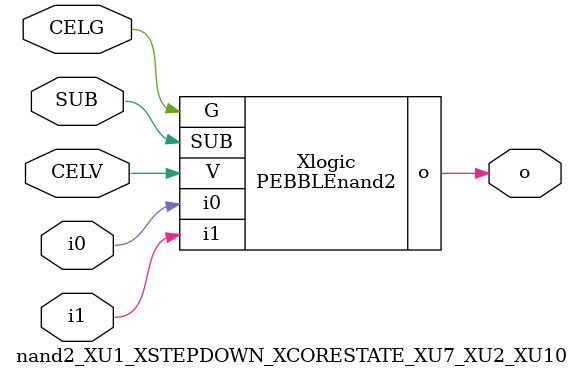
<source format=v>



module PEBBLEnand2 ( o, G, SUB, V, i0, i1 );

  input i0;
  input V;
  input i1;
  input G;
  output o;
  input SUB;
endmodule

//Celera Confidential Do Not Copy nand2_XU1_XSTEPDOWN_XCORESTATE_XU7_XU2_XU10
//Celera Confidential Symbol Generator
//5V NAND2
module nand2_XU1_XSTEPDOWN_XCORESTATE_XU7_XU2_XU10 (CELV,CELG,i0,i1,o,SUB);
input CELV;
input CELG;
input i0;
input i1;
input SUB;
output o;

//Celera Confidential Do Not Copy nand2
PEBBLEnand2 Xlogic(
.V (CELV),
.i0 (i0),
.i1 (i1),
.o (o),
.SUB (SUB),
.G (CELG)
);
//,diesize,PEBBLEnand2

//Celera Confidential Do Not Copy Module End
//Celera Schematic Generator
endmodule

</source>
